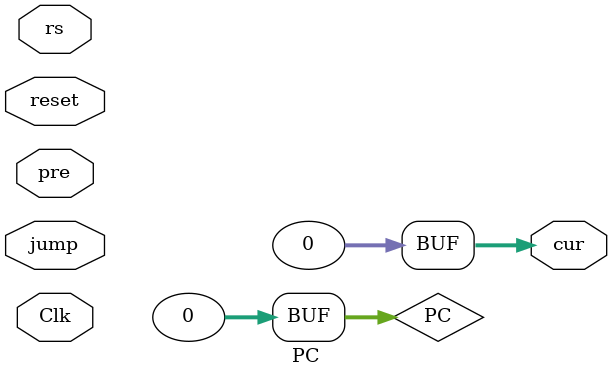
<source format=v>
`timescale 1ns / 1ps


module PC(
    input Clk,
    input reset,
    input jump,
    input [31:0] pre,
    input [31:0] rs,
    output [31:0] cur
    );
    reg [31:0] PC;
    assign cur=PC;
    initial begin
    PC=0;
    end
    always @ (reset)
    begin
        PC=32'b00000000000000000000000000000000;
        end
    always @(posedge Clk)
    begin
    PC=pre;
    if(jump==1)
    PC=rs;
    end
endmodule

</source>
